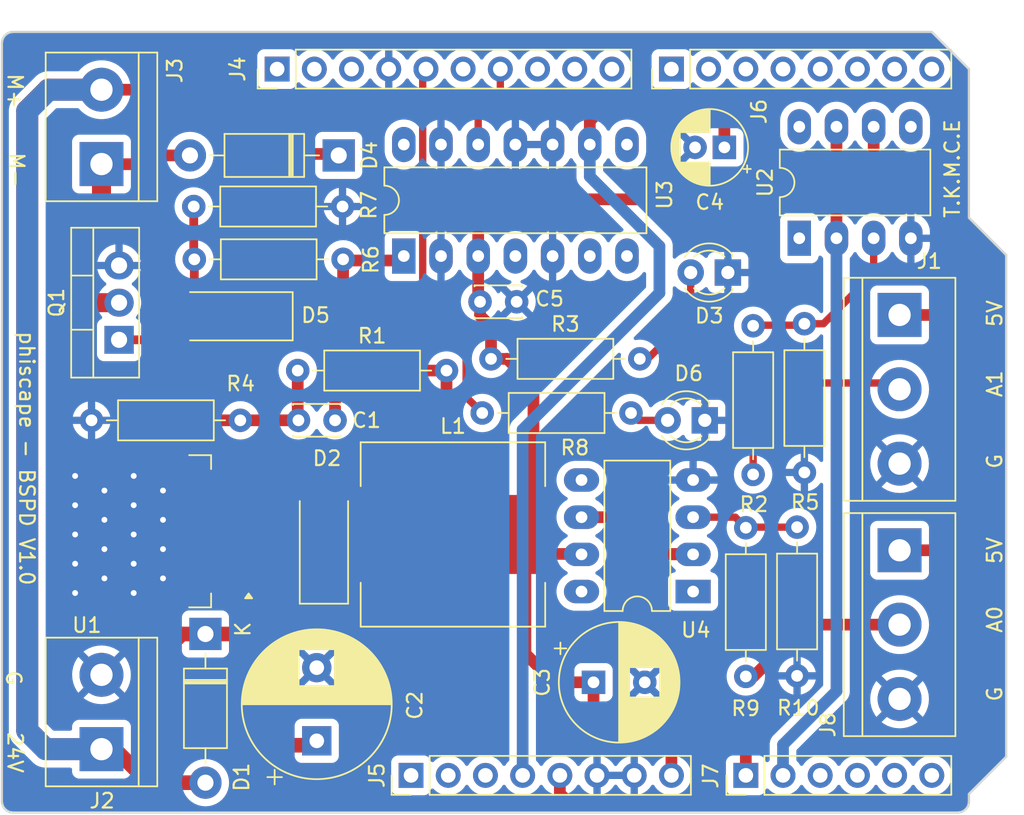
<source format=kicad_pcb>
(kicad_pcb (version 20240108) (generator "pcbnew") (generator_version "8.0")
  (title_block (title "BSPD_Nucleo_Shield") (date "2024-03-20") (rev "1.0") (company "phiscape"))
  (layers (0 "F.Cu" signal) (31 "B.Cu" signal) (34 "B.Paste" user) (35 "F.Paste" user) (36 "B.SilkS" user "B.Silkscreen") (37 "F.SilkS" user "F.Silkscreen") (38 "B.Mask" user) (39 "F.Mask" user) (44 "Edge.Cuts" user))
  (net 0 "")
  (net 1 "GND")
  (net 2 "Net-(U1-FB)")
  (net 3 "+5V")
  (net 4 "/IOREF")
  (net 5 "/A0")
  (net 6 "/A1")
  (net 7 "/A2")
  (net 8 "/A3")
  (net 9 "/SDA{slash}A4")
  (net 10 "/SCL{slash}A5")
  (net 11 "/13")
  (net 12 "/12")
  (net 13 "/AREF")
  (net 14 "/8")
  (net 15 "/7")
  (net 16 "/*11")
  (net 17 "/*10")
  (net 18 "/*9")
  (net 19 "/4")
  (net 20 "/2")
  (net 21 "/*6")
  (net 22 "/*5")
  (net 23 "/TX{slash}1")
  (net 24 "/*3")
  (net 25 "/RX{slash}0")
  (net 26 "+3V3")
  (net 27 "VCC")
  (net 28 "/~{RESET}")
  (net 29 "+24V")
  (net 30 "Net-(D2-K)")
  (net 31 "Net-(D5-K)")
  (net 32 "/24V_PWR")
  (net 33 "Net-(D5-A)")
  (net 34 "Net-(D3-A)")
  (net 35 "Net-(D4-A)")
  (net 36 "Net-(D6-A)")
  (net 37 "Net-(J1-Pin_2)")
  (net 40 "Net-(U4-+)")
  (net 42 "Net-(J8-Pin_2)")
  (net 43 "Net-(U2-+)")
  (footprint "Connector_PinHeader_2.54mm:PinHeader_1x08_P2.54mm_Vertical" (layer "F.Cu") (at 57.95 69.34 90)
    (property "Reference" "J5" (at 0 -2.33 90) (layer "F.SilkS"))
    (property "Value" "Power")
    (pad "1" thru_hole rect (at 0 0 90) (size 1.7 1.7) (drill 1) (layers "*.Cu" "*.Mask"))
    (pad "2" thru_hole oval (at 0 2.54 90) (size 1.7 1.7) (drill 1) (layers "*.Cu" "*.Mask") (net 4 "/IOREF"))
    (pad "3" thru_hole oval (at 0 5.08 90) (size 1.7 1.7) (drill 1) (layers "*.Cu" "*.Mask") (net 28 "/~{RESET}"))
    (pad "4" thru_hole oval (at 0 7.62 90) (size 1.7 1.7) (drill 1) (layers "*.Cu" "*.Mask") (net 26 "+3V3"))
    (pad "5" thru_hole oval (at 0 10.16 90) (size 1.7 1.7) (drill 1) (layers "*.Cu" "*.Mask") (net 3 "+5V"))
    (pad "6" thru_hole oval (at 0 12.7 90) (size 1.7 1.7) (drill 1) (layers "*.Cu" "*.Mask") (net 1 "GND"))
    (pad "7" thru_hole oval (at 0 15.24 90) (size 1.7 1.7) (drill 1) (layers "*.Cu" "*.Mask") (net 1 "GND"))
    (pad "8" thru_hole oval (at 0 17.78 90) (size 1.7 1.7) (drill 1) (layers "*.Cu" "*.Mask") (net 27 "VCC"))
  )
  (footprint "Connector_PinHeader_2.54mm:PinHeader_1x06_P2.54mm_Vertical" (layer "F.Cu") (at 80.81 69.34 90)
    (property "Reference" "J7" (at -0.04 -2.4 90) (layer "F.SilkS"))
    (property "Value" "Analog")
    (pad "1" thru_hole rect (at 0 0 90) (size 1.7 1.7) (drill 1) (layers "*.Cu" "*.Mask") (net 5 "/A0"))
    (pad "2" thru_hole oval (at 0 2.54 90) (size 1.7 1.7) (drill 1) (layers "*.Cu" "*.Mask") (net 6 "/A1"))
    (pad "3" thru_hole oval (at 0 5.08 90) (size 1.7 1.7) (drill 1) (layers "*.Cu" "*.Mask") (net 7 "/A2"))
    (pad "4" thru_hole oval (at 0 7.62 90) (size 1.7 1.7) (drill 1) (layers "*.Cu" "*.Mask") (net 8 "/A3"))
    (pad "5" thru_hole oval (at 0 10.16 90) (size 1.7 1.7) (drill 1) (layers "*.Cu" "*.Mask") (net 9 "/SDA{slash}A4"))
    (pad "6" thru_hole oval (at 0 12.7 90) (size 1.7 1.7) (drill 1) (layers "*.Cu" "*.Mask") (net 10 "/SCL{slash}A5"))
  )
  (footprint "Connector_PinHeader_2.54mm:PinHeader_1x08_P2.54mm_Vertical" (layer "F.Cu") (at 75.73 21.08 90)
    (property "Reference" "J6" (at -2.9 5.98 90) (layer "F.SilkS"))
    (property "Value" "Digital/PWM")
    (pad "1" thru_hole rect (at 0 0 90) (size 1.7 1.7) (drill 1) (layers "*.Cu" "*.Mask") (net 15 "/7"))
    (pad "2" thru_hole oval (at 0 2.54 90) (size 1.7 1.7) (drill 1) (layers "*.Cu" "*.Mask") (net 21 "/*6"))
    (pad "3" thru_hole oval (at 0 5.08 90) (size 1.7 1.7) (drill 1) (layers "*.Cu" "*.Mask") (net 22 "/*5"))
    (pad "4" thru_hole oval (at 0 7.62 90) (size 1.7 1.7) (drill 1) (layers "*.Cu" "*.Mask") (net 19 "/4"))
    (pad "5" thru_hole oval (at 0 10.16 90) (size 1.7 1.7) (drill 1) (layers "*.Cu" "*.Mask") (net 24 "/*3"))
    (pad "6" thru_hole oval (at 0 12.7 90) (size 1.7 1.7) (drill 1) (layers "*.Cu" "*.Mask") (net 20 "/2"))
    (pad "7" thru_hole oval (at 0 15.24 90) (size 1.7 1.7) (drill 1) (layers "*.Cu" "*.Mask") (net 23 "/TX{slash}1"))
    (pad "8" thru_hole oval (at 0 17.78 90) (size 1.7 1.7) (drill 1) (layers "*.Cu" "*.Mask") (net 25 "/RX{slash}0"))
  )
  (footprint "Inductor_SMD:L_12x12mm_H8mm" (layer "F.Cu") (at 60.81 52.88)
    (property "Reference" "L1" (at 0 -7.4 0) (layer "F.SilkS"))
    (property "Value" "47uH/3A")
    (pad "1" smd rect (at -4.95 0) (size 2.9 5.4) (layers "F.Cu" "F.Paste" "F.Mask") (net 30 "Net-(D2-K)"))
    (pad "2" smd rect (at 4.95 0) (size 2.9 5.4) (layers "F.Cu" "F.Paste" "F.Mask") (net 27 "VCC"))
  )
  (footprint "TerminalBlock:TerminalBlock_bornier-2_P5.08mm" (layer "F.Cu") (at 36.81 67.55 90)
    (property "Reference" "J2" (at -3.53 0.04 180) (layer "F.SilkS"))
    (property "Value" "Conn_01x02")
    (pad "1" thru_hole rect (at 0 0 90) (size 3 3) (drill 1.52) (layers "*.Cu" "*.Mask") (net 32 "/24V_PWR"))
    (pad "2" thru_hole circle (at 5.08 0 90) (size 3 3) (drill 1.52) (layers "*.Cu" "*.Mask") (net 1 "GND"))
  )
  (footprint "Diode_SMD:D_SMA_Handsoldering" (layer "F.Cu") (at 52 53.1 90)
    (property "Reference" "D2" (at 5.42 0.21 180) (layer "F.SilkS"))
    (property "Value" "1N5823/SS34")
    (pad "1" smd roundrect (at -2.5 0 90) (size 3.5 1.8) (layers "F.Cu" "F.Paste" "F.Mask") (roundrect_rratio 0.1388888889) (net 30 "Net-(D2-K)"))
    (pad "2" smd roundrect (at 2.5 0 90) (size 3.5 1.8) (layers "F.Cu" "F.Paste" "F.Mask") (roundrect_rratio 0.1388888889) (net 1 "GND"))
  )
  (footprint "Diode_THT:D_DO-41_SOD81_P10.16mm_Horizontal" (layer "F.Cu") (at 53.01 26.98 180)
    (property "Reference" "D4" (at -2.1 0 -90) (layer "F.SilkS"))
    (property "Value" "1N4007")
    (pad "1" thru_hole rect (at 0 0 180) (size 2.2 2.2) (drill 1.1) (layers "*.Cu" "*.Mask") (net 32 "/24V_PWR"))
    (pad "2" thru_hole oval (at 10.16 0 180) (size 2.2 2.2) (drill 1.1) (layers "*.Cu" "*.Mask") (net 35 "Net-(D4-A)"))
  )
  (footprint "Resistor_THT:R_Axial_DIN0207_L6.3mm_D2.5mm_P10.16mm_Horizontal" (layer "F.Cu") (at 50.21 41.68)
    (property "Reference" "R1" (at 5.08 -2.37 0) (layer "F.SilkS"))
    (property "Value" "8k6")
    (pad "1" thru_hole circle (at 0 0) (size 1.6 1.6) (drill 0.8) (layers "*.Cu" "*.Mask") (net 2 "Net-(U1-FB)"))
    (pad "2" thru_hole oval (at 10.16 0) (size 1.6 1.6) (drill 0.8) (layers "*.Cu" "*.Mask") (net 27 "VCC"))
  )
  (footprint "Resistor_THT:R_Axial_DIN0207_L6.3mm_D2.5mm_P10.16mm_Horizontal" (layer "F.Cu") (at 46.29 45.08 180)
    (property "Reference" "R4" (at -0.02 2.5 0) (layer "F.SilkS"))
    (property "Value" "1k")
    (pad "1" thru_hole circle (at 0 0 180) (size 1.6 1.6) (drill 0.8) (layers "*.Cu" "*.Mask") (net 2 "Net-(U1-FB)"))
    (pad "2" thru_hole oval (at 10.16 0 180) (size 1.6 1.6) (drill 0.8) (layers "*.Cu" "*.Mask") (net 1 "GND"))
  )
  (footprint "Resistor_THT:R_Axial_DIN0207_L6.3mm_D2.5mm_P10.16mm_Horizontal" (layer "F.Cu") (at 43.11 30.47)
    (property "Reference" "R7" (at 11.96 -0.09 90) (layer "F.SilkS"))
    (property "Value" "10k")
    (pad "1" thru_hole circle (at 0 0) (size 1.6 1.6) (drill 0.8) (layers "*.Cu" "*.Mask") (net 33 "Net-(D5-A)"))
    (pad "2" thru_hole oval (at 10.16 0) (size 1.6 1.6) (drill 0.8) (layers "*.Cu" "*.Mask") (net 1 "GND"))
  )
  (footprint "Capacitor_THT:CP_Radial_D10.0mm_P5.00mm" (layer "F.Cu") (at 51.51 66.98 90)
    (property "Reference" "C2" (at 2.4177 6.7 90) (layer "F.SilkS"))
    (property "Value" "680uF/35V")
    (pad "1" thru_hole rect (at 0 0 90) (size 2 2) (drill 1) (layers "*.Cu" "*.Mask") (net 29 "+24V"))
    (pad "2" thru_hole circle (at 5 0 90) (size 2 2) (drill 1) (layers "*.Cu" "*.Mask") (net 1 "GND"))
  )
  (footprint "Capacitor_THT:CP_Radial_D8.0mm_P3.50mm" (layer "F.Cu") (at 70.41 62.98)
    (property "Reference" "C3" (at -3.5073 0.01 90) (layer "F.SilkS"))
    (property "Value" "330uF/25V")
    (pad "1" thru_hole rect (at 0 0) (size 1.6 1.6) (drill 0.8) (layers "*.Cu" "*.Mask") (net 27 "VCC"))
    (pad "2" thru_hole circle (at 3.5 0) (size 1.6 1.6) (drill 0.8) (layers "*.Cu" "*.Mask") (net 1 "GND"))
  )
  (footprint "Package_TO_SOT_SMD:TO-263-5_TabPin3" (layer "F.Cu") (at 39.47 52.66 180)
    (property "Reference" "U1" (at 3.66 -6.42 180) (layer "F.SilkS"))
    (property "Value" "LM2596S-ADJ")
    (pad "1" smd roundrect (at -7.65 -3.4 180) (size 4.6 1.1) (layers "F.Cu" "F.Paste" "F.Mask") (roundrect_rratio 0.227273) (net 29 "+24V"))
    (pad "2" smd roundrect (at -7.65 -1.7 180) (size 4.6 1.1) (layers "F.Cu" "F.Paste" "F.Mask") (roundrect_rratio 0.227273) (net 30 "Net-(D2-K)"))
    (pad "3" smd roundrect (at -7.65 0 180) (size 4.6 1.1) (layers "F.Cu" "F.Paste" "F.Mask") (roundrect_rratio 0.227273) (net 1 "GND"))
    (pad "3" smd roundrect (at -0.925 -2.775 180) (size 4.55 5.25) (layers "F.Cu" "F.Paste") (roundrect_rratio 0.054945) (net 1 "GND"))
    (pad "3" smd roundrect (at -0.925 2.775 180) (size 4.55 5.25) (layers "F.Cu" "F.Paste") (roundrect_rratio 0.054945) (net 1 "GND"))
    (pad "3" smd roundrect (at 1.5 0 180) (size 9.4 10.8) (layers "F.Cu" "F.Mask") (roundrect_rratio 0.026596) (net 1 "GND"))
    (pad "3" smd roundrect (at 3.925 -2.775 180) (size 4.55 5.25) (layers "F.Cu" "F.Paste") (roundrect_rratio 0.054945) (net 1 "GND"))
    (pad "3" smd roundrect (at 3.925 2.775 180) (size 4.55 5.25) (layers "F.Cu" "F.Paste") (roundrect_rratio 0.054945) (net 1 "GND"))
    (pad "4" smd roundrect (at -7.65 1.7 180) (size 4.6 1.1) (layers "F.Cu" "F.Paste" "F.Mask") (roundrect_rratio 0.227273) (net 2 "Net-(U1-FB)"))
    (pad "5" smd roundrect (at -7.65 3.4 180) (size 4.6 1.1) (layers "F.Cu" "F.Paste" "F.Mask") (roundrect_rratio 0.227273) (net 1 "GND"))
  )
  (footprint "Resistor_THT:R_Axial_DIN0207_L6.3mm_D2.5mm_P10.16mm_Horizontal" (layer "F.Cu") (at 62.81 44.58)
    (property "Reference" "R8" (at 6.325 2.37 0) (layer "F.SilkS"))
    (property "Value" "330R")
    (pad "1" thru_hole circle (at 0 0) (size 1.6 1.6) (drill 0.8) (layers "*.Cu" "*.Mask") (net 11 "/13"))
    (pad "2" thru_hole oval (at 10.16 0) (size 1.6 1.6) (drill 0.8) (layers "*.Cu" "*.Mask") (net 36 "Net-(D6-A)"))
  )
  (footprint "Resistor_THT:R_Axial_DIN0207_L6.3mm_D2.5mm_P10.16mm_Horizontal" (layer "F.Cu") (at 84.31 52.38 -90)
    (property "Reference" "R10" (at 12.35 -0.08 0) (layer "F.SilkS"))
    (property "Value" "6k2")
    (pad "1" thru_hole circle (at 0 0 270) (size 1.6 1.6) (drill 0.8) (layers "*.Cu" "*.Mask") (net 40 "Net-(U4-+)"))
    (pad "2" thru_hole oval (at 10.16 0 270) (size 1.6 1.6) (drill 0.8) (layers "*.Cu" "*.Mask") (net 1 "GND"))
  )
  (footprint "Resistor_THT:R_Axial_DIN0207_L6.3mm_D2.5mm_P10.16mm_Horizontal" (layer "F.Cu") (at 81.31 48.78 90)
    (property "Reference" "R2" (at -2.04 0.05 0) (layer "F.SilkS"))
    (property "Value" "3k3")
    (pad "1" thru_hole circle (at 0 0 90) (size 1.6 1.6) (drill 0.8) (layers "*.Cu" "*.Mask") (net 37 "Net-(J1-Pin_2)"))
    (pad "2" thru_hole oval (at 10.16 0 90) (size 1.6 1.6) (drill 0.8) (layers "*.Cu" "*.Mask") (net 43 "Net-(U2-+)"))
  )
  (footprint "Package_DIP:DIP-8_W7.62mm_LongPads" (layer "F.Cu") (at 77.21 56.78 180)
    (property "Reference" "U4" (at -0.18 -2.63 180) (layer "F.SilkS"))
    (property "Value" "LM741")
    (pad "1" thru_hole rect (at 0 0 180) (size 2.4 1.6) (drill 0.8) (layers "*.Cu" "*.Mask"))
    (pad "2" thru_hole oval (at 0 2.54 180) (size 2.4 1.6) (drill 0.8) (layers "*.Cu" "*.Mask") (net 5 "/A0"))
    (pad "3" thru_hole oval (at 0 5.08 180) (size 2.4 1.6) (drill 0.8) (layers "*.Cu" "*.Mask") (net 40 "Net-(U4-+)"))
    (pad "4" thru_hole oval (at 0 7.62 180) (size 2.4 1.6) (drill 0.8) (layers "*.Cu" "*.Mask") (net 1 "GND"))
    (pad "5" thru_hole oval (at 7.62 7.62 180) (size 2.4 1.6) (drill 0.8) (layers "*.Cu" "*.Mask"))
    (pad "6" thru_hole oval (at 7.62 5.08 180) (size 2.4 1.6) (drill 0.8) (layers "*.Cu" "*.Mask") (net 5 "/A0"))
    (pad "7" thru_hole oval (at 7.62 2.54 180) (size 2.4 1.6) (drill 0.8) (layers "*.Cu" "*.Mask") (net 27 "VCC"))
    (pad "8" thru_hole oval (at 7.62 0 180) (size 2.4 1.6) (drill 0.8) (layers "*.Cu" "*.Mask"))
  )
  (footprint "TerminalBlock:TerminalBlock_bornier-3_P5.08mm" (layer "F.Cu") (at 91.31 37.88 -90)
    (property "Reference" "J1" (at -3.67 -2.03 180) (layer "F.SilkS"))
    (property "Value" "Conn_01x03")
    (pad "1" thru_hole rect (at 0 0 270) (size 3 3) (drill 1.52) (layers "*.Cu" "*.Mask") (net 3 "+5V"))
    (pad "2" thru_hole circle (at 5.08 0 270) (size 3 3) (drill 1.52) (layers "*.Cu" "*.Mask") (net 37 "Net-(J1-Pin_2)"))
    (pad "3" thru_hole circle (at 10.16 0 270) (size 3 3) (drill 1.52) (layers "*.Cu" "*.Mask") (net 1 "GND"))
  )
  (footprint "Package_DIP:DIP-14_W7.62mm_LongPads" (layer "F.Cu") (at 57.455 33.855 90)
    (property "Reference" "U3" (at 4.185 17.805 90) (layer "F.SilkS"))
    (property "Value" "IR2110")
    (pad "1" thru_hole rect (at 0 0 90) (size 2.4 1.6) (drill 0.8) (layers "*.Cu" "*.Mask") (net 31 "Net-(D5-K)"))
    (pad "2" thru_hole oval (at 0 2.54 90) (size 2.4 1.6) (drill 0.8) (layers "*.Cu" "*.Mask") (net 1 "GND"))
    (pad "3" thru_hole oval (at 0 5.08 90) (size 2.4 1.6) (drill 0.8) (layers "*.Cu" "*.Mask") (net 27 "VCC"))
    (pad "4" thru_hole oval (at 0 7.62 90) (size 2.4 1.6) (drill 0.8) (layers "*.Cu" "*.Mask"))
    (pad "5" thru_hole oval (at 0 10.16 90) (size 2.4 1.6) (drill 0.8) (layers "*.Cu" "*.Mask") (net 1 "GND"))
    (pad "6" thru_hole oval (at 0 12.7 90) (size 2.4 1.6) (drill 0.8) (layers "*.Cu" "*.Mask"))
    (pad "7" thru_hole oval (at 0 15.24 90) (size 2.4 1.6) (drill 0.8) (layers "*.Cu" "*.Mask"))
    (pad "8" thru_hole oval (at 7.62 15.24 90) (size 2.4 1.6) (drill 0.8) (layers "*.Cu" "*.Mask"))
    (pad "9" thru_hole oval (at 7.62 12.7 90) (size 2.4 1.6) (drill 0.8) (layers "*.Cu" "*.Mask") (net 26 "+3V3"))
    (pad "10" thru_hole oval (at 7.62 10.16 90) (size 2.4 1.6) (drill 0.8) (layers "*.Cu" "*.Mask") (net 1 "GND"))
    (pad "11" thru_hole oval (at 7.62 7.62 90) (size 2.4 1.6) (drill 0.8) (layers "*.Cu" "*.Mask") (net 1 "GND"))
    (pad "12" thru_hole oval (at 7.62 5.08 90) (size 2.4 1.6) (drill 0.8) (layers "*.Cu" "*.Mask") (net 16 "/*11"))
    (pad "13" thru_hole oval (at 7.62 2.54 90) (size 2.4 1.6) (drill 0.8) (layers "*.Cu" "*.Mask") (net 1 "GND"))
    (pad "14" thru_hole oval (at 7.62 0 90) (size 2.4 1.6) (drill 0.8) (layers "*.Cu" "*.Mask"))
  )
  (footprint "Connector_PinHeader_2.54mm:PinHeader_1x10_P2.54mm_Vertical" (layer "F.Cu") (at 48.806 21.08 90)
    (property "Reference" "J4" (at 0 -2.696 90) (layer "F.SilkS"))
    (property "Value" "Digital/PWM")
    (pad "1" thru_hole rect (at 0 0 90) (size 1.7 1.7) (drill 1) (layers "*.Cu" "*.Mask"))
    (pad "2" thru_hole oval (at 0 2.54 90) (size 1.7 1.7) (drill 1) (layers "*.Cu" "*.Mask"))
    (pad "3" thru_hole oval (at 0 5.08 90) (size 1.7 1.7) (drill 1) (layers "*.Cu" "*.Mask") (net 13 "/AREF"))
    (pad "4" thru_hole oval (at 0 7.62 90) (size 1.7 1.7) (drill 1) (layers "*.Cu" "*.Mask") (net 1 "GND"))
    (pad "5" thru_hole oval (at 0 10.16 90) (size 1.7 1.7) (drill 1) (layers "*.Cu" "*.Mask") (net 11 "/13"))
    (pad "6" thru_hole oval (at 0 12.7 90) (size 1.7 1.7) (drill 1) (layers "*.Cu" "*.Mask") (net 12 "/12"))
    (pad "7" thru_hole oval (at 0 15.24 90) (size 1.7 1.7) (drill 1) (layers "*.Cu" "*.Mask") (net 16 "/*11"))
    (pad "8" thru_hole oval (at 0 17.78 90) (size 1.7 1.7) (drill 1) (layers "*.Cu" "*.Mask") (net 17 "/*10"))
    (pad "9" thru_hole oval (at 0 20.32 90) (size 1.7 1.7) (drill 1) (layers "*.Cu" "*.Mask") (net 18 "/*9"))
    (pad "10" thru_hole oval (at 0 22.86 90) (size 1.7 1.7) (drill 1) (layers "*.Cu" "*.Mask") (net 14 "/8"))
  )
  (footprint "Capacitor_THT:C_Disc_D3.0mm_W2.0mm_P2.50mm" (layer "F.Cu") (at 50.26 45.08)
    (property "Reference" "C1" (at 4.65 0 0) (layer "F.SilkS"))
    (property "Value" "3.6nF")
    (pad "1" thru_hole circle (at 0 0) (size 1.6 1.6) (drill 0.8) (layers "*.Cu" "*.Mask") (net 2 "Net-(U1-FB)"))
    (pad "2" thru_hole circle (at 2.5 0) (size 1.6 1.6) (drill 0.8) (layers "*.Cu" "*.Mask") (net 27 "VCC"))
  )
  (footprint "TerminalBlock:TerminalBlock_bornier-3_P5.08mm" (layer "F.Cu") (at 91.31 53.96 -90)
    (property "Reference" "J8" (at 11.92 4.9 -90) (layer "F.SilkS"))
    (property "Value" "Conn_01x03")
    (pad "1" thru_hole rect (at 0 0 270) (size 3 3) (drill 1.52) (layers "*.Cu" "*.Mask") (net 3 "+5V"))
    (pad "2" thru_hole circle (at 5.08 0 270) (size 3 3) (drill 1.52) (layers "*.Cu" "*.Mask") (net 42 "Net-(J8-Pin_2)"))
    (pad "3" thru_hole circle (at 10.16 0 270) (size 3 3) (drill 1.52) (layers "*.Cu" "*.Mask") (net 1 "GND"))
  )
  (footprint "TerminalBlock:TerminalBlock_bornier-2_P5.08mm" (layer "F.Cu") (at 36.81 27.57 90)
    (property "Reference" "J3" (at 6.39 5.01 90) (layer "F.SilkS"))
    (property "Value" "Conn_01x02")
    (pad "1" thru_hole rect (at 0 0 90) (size 3 3) (drill 1.52) (layers "*.Cu" "*.Mask") (net 35 "Net-(D4-A)"))
    (pad "2" thru_hole circle (at 5.08 0 90) (size 3 3) (drill 1.52) (layers "*.Cu" "*.Mask") (net 32 "/24V_PWR"))
  )
  (footprint "Diode_SMD:D_SMA_Handsoldering" (layer "F.Cu") (at 45.3575 37.97 180)
    (property "Reference" "D5" (at -6.07 0.07 0) (layer "F.SilkS"))
    (property "Value" "1N5823/SS34")
    (pad "1" smd roundrect (at -2.5 0 180) (size 3.5 1.8) (layers "F.Cu" "F.Paste" "F.Mask") (roundrect_rratio 0.1388888889) (net 31 "Net-(D5-K)"))
    (pad "2" smd roundrect (at 2.5 0 180) (size 3.5 1.8) (layers "F.Cu" "F.Paste" "F.Mask") (roundrect_rratio 0.1388888889) (net 33 "Net-(D5-A)"))
  )
  (footprint "Diode_THT:D_DO-41_SOD81_P10.16mm_Horizontal" (layer "F.Cu") (at 43.91 59.68 -90)
    (property "Reference" "D1" (at 9.78 -2.47 -90) (layer "F.SilkS"))
    (property "Value" "1N4007")
    (fp_text user "K" (at -0.32 -2.56 90) (layer "F.SilkS"))
    (pad "1" thru_hole rect (at 0 0 270) (size 2.2 2.2) (drill 1.1) (layers "*.Cu" "*.Mask") (net 29 "+24V"))
    (pad "2" thru_hole oval (at 10.16 0 270) (size 2.2 2.2) (drill 1.1) (layers "*.Cu" "*.Mask") (net 32 "/24V_PWR"))
  )
  (footprint "Resistor_THT:R_Axial_DIN0207_L6.3mm_D2.5mm_P10.16mm_Horizontal" (layer "F.Cu") (at 63.41 40.88)
    (property "Reference" "R3" (at 5.08 -2.37 0) (layer "F.SilkS"))
    (property "Value" "1k")
    (pad "1" thru_hole circle (at 0 0) (size 1.6 1.6) (drill 0.8) (layers "*.Cu" "*.Mask") (net 27 "VCC"))
    (pad "2" thru_hole oval (at 10.16 0) (size 1.6 1.6) (drill 0.8) (layers "*.Cu" "*.Mask") (net 34 "Net-(D3-A)"))
  )
  (footprint "LED_THT:LED_D3.0mm" (layer "F.Cu") (at 79.585 34.98 180)
    (property "Reference" "D3" (at 1.27 -2.96 0) (layer "F.SilkS"))
    (property "Value" "LED")
    (pad "1" thru_hole rect (at 0 0 180) (size 1.8 1.8) (drill 0.9) (layers "*.Cu" "*.Mask") (net 1 "GND"))
    (pad "2" thru_hole circle (at 2.54 0 180) (size 1.8 1.8) (drill 0.9) (layers "*.Cu" "*.Mask") (net 34 "Net-(D3-A)"))
  )
  (footprint "Resistor_THT:R_Axial_DIN0207_L6.3mm_D2.5mm_P10.16mm_Horizontal" (layer "F.Cu") (at 80.81 62.58 90)
    (property "Reference" "R9" (at -2.19 -0.01 0) (layer "F.SilkS"))
    (property "Value" "3k3")
    (pad "1" thru_hole circle (at 0 0 90) (size 1.6 1.6) (drill 0.8) (layers "*.Cu" "*.Mask") (net 42 "Net-(J8-Pin_2)"))
    (pad "2" thru_hole oval (at 10.16 0 90) (size 1.6 1.6) (drill 0.8) (layers "*.Cu" "*.Mask") (net 40 "Net-(U4-+)"))
  )
  (footprint "Capacitor_THT:C_Disc_D3.0mm_W2.0mm_P2.50mm" (layer "F.Cu") (at 65.16 36.98 180)
    (property "Reference" "C5" (at -2.25 0.2 0) (layer "F.SilkS"))
    (property "Value" "100nF")
    (pad "1" thru_hole circle (at 0 0 180) (size 1.6 1.6) (drill 0.8) (layers "*.Cu" "*.Mask") (net 1 "GND"))
    (pad "2" thru_hole circle (at 2.5 0 180) (size 1.6 1.6) (drill 0.8) (layers "*.Cu" "*.Mask") (net 27 "VCC"))
  )
  (footprint "Capacitor_THT:CP_Radial_D5.0mm_P2.00mm" (layer "F.Cu") (at 79.3451 26.43 180)
    (property "Reference" "C4" (at 1 -3.75 0) (layer "F.SilkS"))
    (property "Value" "22uF")
    (pad "1" thru_hole rect (at 0 0 180) (size 1.6 1.6) (drill 0.8) (layers "*.Cu" "*.Mask") (net 26 "+3V3"))
    (pad "2" thru_hole circle (at 2 0 180) (size 1.6 1.6) (drill 0.8) (layers "*.Cu" "*.Mask") (net 1 "GND"))
  )
  (footprint "Package_TO_SOT_THT:TO-220-3_Vertical" (layer "F.Cu") (at 38.01 39.58 90)
    (property "Reference" "Q1" (at 2.54 -4.27 90) (layer "F.SilkS"))
    (property "Value" "IRFB4110")
    (pad "1" thru_hole rect (at 0 0 90) (size 1.905 2) (drill 1.1) (layers "*.Cu" "*.Mask") (net 33 "Net-(D5-A)"))
    (pad "2" thru_hole oval (at 2.54 0 90) (size 1.905 2) (drill 1.1) (layers "*.Cu" "*.Mask") (net 35 "Net-(D4-A)"))
    (pad "3" thru_hole oval (at 5.08 0 90) (size 1.905 2) (drill 1.1) (layers "*.Cu" "*.Mask") (net 1 "GND"))
  )
  (footprint "Package_DIP:DIP-8_W7.62mm_LongPads" (layer "F.Cu") (at 84.46 32.64 90)
    (property "Reference" "U2" (at 3.81 -2.33 90) (layer "F.SilkS"))
    (property "Value" "LM741")
    (pad "1" thru_hole rect (at 0 0 90) (size 2.4 1.6) (drill 0.8) (layers "*.Cu" "*.Mask"))
    (pad "2" thru_hole oval (at 0 2.54 90) (size 2.4 1.6) (drill 0.8) (layers "*.Cu" "*.Mask") (net 6 "/A1"))
    (pad "3" thru_hole oval (at 0 5.08 90) (size 2.4 1.6) (drill 0.8) (layers "*.Cu" "*.Mask") (net 43 "Net-(U2-+)"))
    (pad "4" thru_hole oval (at 0 7.62 90) (size 2.4 1.6) (drill 0.8) (layers "*.Cu" "*.Mask") (net 1 "GND"))
    (pad "5" thru_hole oval (at 7.62 7.62 90) (size 2.4 1.6) (drill 0.8) (layers "*.Cu" "*.Mask"))
    (pad "6" thru_hole oval (at 7.62 5.08 90) (size 2.4 1.6) (drill 0.8) (layers "*.Cu" "*.Mask") (net 6 "/A1"))
    (pad "7" thru_hole oval (at 7.62 2.54 90) (size 2.4 1.6) (drill 0.8) (layers "*.Cu" "*.Mask") (net 27 "VCC"))
    (pad "8" thru_hole oval (at 7.62 0 90) (size 2.4 1.6) (drill 0.8) (layers "*.Cu" "*.Mask"))
  )
  (footprint "LED_THT:LED_D3.0mm" (layer "F.Cu") (at 78.01 45.08 180)
    (property "Reference" "D6" (at 1.1 3.2 0) (layer "F.SilkS"))
    (property "Value" "LED")
    (pad "1" thru_hole rect (at 0 0 180) (size 1.8 1.8) (drill 0.9) (layers "*.Cu" "*.Mask") (net 1 "GND"))
    (pad "2" thru_hole circle (at 2.54 0 180) (size 1.8 1.8) (drill 0.9) (layers "*.Cu" "*.Mask") (net 36 "Net-(D6-A)"))
  )
  (footprint "Resistor_THT:R_Axial_DIN0207_L6.3mm_D2.5mm_P10.16mm_Horizontal" (layer "F.Cu") (at 53.31 34.08 180)
    (property "Reference" "R6" (at -1.9 -0.02 90) (layer "F.SilkS"))
    (property "Value" "10R")
    (pad "1" thru_hole circle (at 0 0 180) (size 1.6 1.6) (drill 0.8) (layers "*.Cu" "*.Mask") (net 31 "Net-(D5-K)"))
    (pad "2" thru_hole oval (at 10.16 0 180) (size 1.6 1.6) (drill 0.8) (layers "*.Cu" "*.Mask") (net 33 "Net-(D5-A)"))
  )
  (footprint "Resistor_THT:R_Axial_DIN0207_L6.3mm_D2.5mm_P10.16mm_Horizontal" (layer "F.Cu") (at 84.81 38.48 -90)
    (property "Reference" "R5" (at 12.2 -0.05 0) (layer "F.SilkS"))
    (property "Value" "6k2")
    (pad "1" thru_hole circle (at 0 0 270) (size 1.6 1.6) (drill 0.8) (layers "*.Cu" "*.Mask") (net 43 "Net-(U2-+)"))
    (pad "2" thru_hole oval (at 10.16 0 270) (size 1.6 1.6) (drill 0.8) (layers "*.Cu" "*.Mask") (net 1 "GND"))
  )
  (gr_line (start 96.05 31.24) (end 98.59 33.78) (stroke (width 0.15)) (layer "Edge.Cuts"))
  (gr_line (start 30.01 71.118) (end 30.01 19.302) (stroke (width 0.15)) (layer "Edge.Cuts"))
  (gr_line (start 98.59 33.78) (end 98.59 68.07) (stroke (width 0.15)) (layer "Edge.Cuts"))
  (gr_line (start 95.288 71.88) (end 30.772 71.88) (stroke (width 0.15)) (layer "Edge.Cuts"))
  (gr_line (start 30.772 18.54) (end 93.51 18.54) (stroke (width 0.15)) (layer "Edge.Cuts"))
  (gr_arc (start 30.772 71.88) (mid 30.233185 71.656815) (end 30.01 71.118) (stroke (width 0.15)) (layer "Edge.Cuts"))
  (gr_line (start 98.59 68.07) (end 96.05 70.61) (stroke (width 0.15)) (layer "Edge.Cuts"))
  (gr_line (start 93.51 18.54) (end 96.05 21.08) (stroke (width 0.15)) (layer "Edge.Cuts"))
  (gr_arc (start 96.05 71.118) (mid 95.826815 71.656815) (end 95.288 71.88) (stroke (width 0.15)) (layer "Edge.Cuts"))
  (gr_line (start 96.05 21.08) (end 96.05 31.24) (stroke (width 0.15)) (layer "Edge.Cuts"))
  (gr_line (start 96.05 70.61) (end 96.05 71.118) (stroke (width 0.15)) (layer "Edge.Cuts"))
  (gr_arc (start 30.01 19.302) (mid 30.233185 18.763185) (end 30.772 18.54) (stroke (width 0.15)) (layer "Edge.Cuts"))
  (gr_text "G" (at 97.81 47.88 90) (layer "F.SilkS") (effects (font (size 1 1))))
  (gr_text "24V" (at 30.91 67.78 270) (layer "F.SilkS") (effects (font (size 1 1))))
  (gr_text "G" (at 97.81 63.78 90) (layer "F.SilkS") (effects (font (size 1 1))))
  (gr_text "G" (at 30.81 62.68 -90) (layer "F.SilkS") (effects (font (size 1 1))))
  (gr_text "A1" (at 97.81 42.58 90) (layer "F.SilkS") (effects (font (size 1 1))))
  (gr_text "5V" (at 97.81 53.98 90) (layer "F.SilkS") (effects (font (size 1 1))))
  (gr_text "A0" (at 97.81 58.68 90) (layer "F.SilkS") (effects (font (size 1 1))))
  (gr_text "5V" (at 97.81 37.78 90) (layer "F.SilkS") (effects (font (size 1 1))))
  (gr_text "T.K.M.C.E" (at 94.91 27.88 90) (layer "F.SilkS") (effects (font (size 1 1))))
  (gr_text "M+" (at 30.91 22.58 270) (layer "F.SilkS") (effects (font (size 1 1))))
  (gr_text "phiscape - BSPD V1.0" (at 31.71 47.68 270) (layer "F.SilkS") (effects (font (size 1 1))))
  (gr_text "M-" (at 31.01 27.98 270) (layer "F.SilkS") (effects (font (size 1 1))))
  (segment (start 51.224542 50.6) (end 52 50.6) (width 1) (layer "F.Cu") (net 1))
  (segment (start 49.12043 52.66) (end 51.18043 50.6) (width 1) (layer "F.Cu") (net 1))
  (segment (start 39.07 52.67) (end 39.07 51.21) (width 0.5) (layer "F.Cu") (net 1))
  (segment (start 35.545 55.085) (end 37.97 52.66) (width 0.5) (layer "F.Cu") (net 1))
  (segment (start 35.545 55.435) (end 35.545 55.085) (width 0.5) (layer "F.Cu") (net 1))
  (segment (start 35.545 49.885) (end 37.97 52.31) (width 0.5) (layer "F.Cu") (net 1))
  (segment (start 49.884542 49.26) (end 51.224542 50.6) (width 1) (layer "F.Cu") (net 1))
  (segment (start 51.18043 50.6) (end 52 50.6) (width 1) (layer "F.Cu") (net 1))
  (segment (start 37.98 52.67) (end 39.07 52.67) (width 0.5) (layer "F.Cu") (net 1))
  (segment (start 47.12 49.26) (end 49.884542 49.26) (width 1) (layer "F.Cu") (net 1))
  (segment (start 47.12 52.66) (end 49.12043 52.66) (width 1) (layer "F.Cu") (net 1))
  (segment (start 39.07 51.21) (end 40.395 49.885) (width 0.5) (layer "F.Cu") (net 1))
  (segment (start 47.12 52.66) (end 37.97 52.66) (width 1) (layer "F.Cu") (net 1))
  (segment (start 37.97 52.31) (end 37.97 52.66) (width 0.5) (layer "F.Cu") (net 1))
  (segment (start 39.07 54.11) (end 40.395 55.435) (width 0.5) (layer "F.Cu") (net 1))
  (segment (start 37.97 52.66) (end 37.98 52.67) (width 0.5) (layer "F.Cu") (net 1))
  (segment (start 39.07 52.67) (end 39.07 54.11) (width 0.5) (layer "F.Cu") (net 1))
  (via (at 41.01 55.88) (size 0.8) (drill 0.4) (layers "F.Cu" "B.Cu") (net 1))
  (via (at 39.01 54.88) (size 0.8) (drill 0.4) (layers "F.Cu" "B.Cu") (net 1))
  (via (at 39.01 56.88) (size 0.8) (drill 0.4) (layers "F.Cu" "B.Cu") (net 1))
  (via (at 39.01 52.88) (size 0.8) (drill 0.4) (layers "F.Cu" "B.Cu") (net 1))
  (via (at 37.01 49.88) (size 0.8) (drill 0.4) (layers "F.Cu" "B.Cu") (net 1))
  (via (at 41.01 51.88) (size 0.8) (drill 0.4) (layers "F.Cu" "B.Cu") (net 1))
  (via (at 35.01 56.88) (size 0.8) (drill 0.4) (layers "F.Cu" "B.Cu") (net 1))
  (via (at 41.01 49.88) (size 0.8) (drill 0.4) (layers "F.Cu" "B.Cu") (net 1))
  (via (at 35.01 52.88) (size 0.8) (drill 0.4) (layers "F.Cu" "B.Cu") (net 1))
  (via (at 39.01 48.88) (size 0.8) (drill 0.4) (layers "F.Cu" "B.Cu") (net 1))
  (via (at 37.01 55.88) (size 0.8) (drill 0.4) (layers "F.Cu" "B.Cu") (net 1))
  (via (at 39.01 50.88) (size 0.8) (drill 0.4) (layers "F.Cu" "B.Cu") (net 1))
  (via (at 35.01 48.88) (size 0.8) (drill 0.4) (layers "F.Cu" "B.Cu") (net 1))
  (via (at 41.01 53.88) (size 0.8) (drill 0.4) (layers "F.Cu" "B.Cu") (net 1))
  (via (at 37.01 53.88) (size 0.8) (drill 0.4) (layers "F.Cu" "B.Cu") (net 1))
  (via (at 35.01 54.88) (size 0.8) (drill 0.4) (layers "F.Cu" "B.Cu") (net 1))
  (via (at 37.01 51.88) (size 0.8) (drill 0.4) (layers "F.Cu" "B.Cu") (net 1))
  (via (at 35.01 50.88) (size 0.8) (drill 0.4) (layers "F.Cu" "B.Cu") (net 1))
  (segment (start 46.29 45.08) (end 50.26 45.08) (width 0.8) (layer "F.Cu") (net 2))
  (segment (start 43.61 45.78) (end 43.61 50.28) (width 0.8) (layer "F.Cu") (net 2))
  (segment (start 50.21 41.68) (end 50.21 45.03) (width 0.8) (layer "F.Cu") (net 2))
  (segment (start 46.29 45.08) (end 44.31 45.08) (width 0.8) (layer "F.Cu") (net 2))
  (segment (start 44.31 45.08) (end 43.61 45.78) (width 0.8) (layer "F.Cu") (net 2))
  (segment (start 50.21 45.03) (end 50.26 45.08) (width 0.8) (layer "F.Cu") (net 2))
  (segment (start 44.29 50.96) (end 47.12 50.96) (width 0.8) (layer "F.Cu") (net 2))
  (segment (start 43.61 50.28) (end 44.29 50.96) (width 0.8) (layer "F.Cu") (net 2))
  (segment (start 96.71 55.28) (end 95.39 53.96) (width 0.8) (layer "F.Cu") (net 3))
  (segment (start 96.71 68.78) (end 94.31 71.18) (width 0.8) (layer "F.Cu") (net 3))
  (segment (start 68.71 71.18) (end 68.11 70.58) (width 0.8) (layer "F.Cu") (net 3))
  (segment (start 96.01 37.88) (end 96.71 38.58) (width 0.8) (layer "F.Cu") (net 3))
  (segment (start 68.11 70.58) (end 68.11 69.34) (width 0.8) (layer "F.Cu") (net 3))
  (segment (start 95.39 53.96) (end 91.31 53.96) (width 0.8) (layer "F.Cu") (net 3))
  (segment (start 94.31 71.18) (end 68.71 71.18) (width 0.8) (layer "F.Cu") (net 3))
  (segment (start 91.31 37.88) (end 96.01 37.88) (width 0.8) (layer "F.Cu") (net 3))
  (segment (start 96.71 38.58) (end 96.71 68.78) (width 0.8) (layer "F.Cu") (net 3))
  (segment (start 76.54 54.21) (end 76.71 54.38) (width 0.8) (layer "F.Cu") (net 5))
  (segment (start 80.81 69.34) (end 80.81 65.88) (width 0.8) (layer "F.Cu") (net 5))
  (segment (start 72.43 51.7) (end 74.94 54.21) (width 0.8) (layer "F.Cu") (net 5))
  (segment (start 77.21 54.24) (end 77.18 54.21) (width 0.8) (layer "F.Cu") (net 5))
  (segment (start 75.15 54.24) (end 77.21 54.24) (width 0.8) (layer "F.Cu") (net 5))
  (segment (start 74.94 54.21) (end 76.54 54.21) (width 0.8) (layer "F.Cu") (net 5))
  (segment (start 74.01 59.08) (end 74.01 55.38) (width 0.8) (layer "F.Cu") (net 5))
  (segment (start 74.01 55.38) (end 75.15 54.24) (width 0.8) (layer "F.Cu") (net 5))
  (segment (start 80.81 65.88) (end 74.01 59.08) (width 0.8) (layer "F.Cu") (net 5))
  (segment (start 77.18 54.21) (end 76.54 54.21) (width 0.8) (layer "F.Cu") (net 5))
  (segment (start 69.59 51.7) (end 72.43 51.7) (width 0.8) (layer "F.Cu") (net 5))
  (segment (start 89.54 27.85) (end 87 30.39) (width 0.8) (layer "F.Cu") (net 6))
  (segment (start 87 30.39) (end 87 32.64) (width 0.8) (layer "F.Cu") (net 6))
  (segment (start 89.54 25.02) (end 89.54 27.85) (width 0.8) (layer "F.Cu") (net 6))
  (segment (start 83.35 67.24) (end 83.35 69.34) (width 0.8) (layer "B.Cu") (net 6))
  (segment (start 83.35 67.24) (end 87 63.59) (width 0.8) (layer "B.Cu") (net 6))
  (segment (start 87 63.59) (end 87 32.64) (width 0.8) (layer "B.Cu") (net 6))
  (segment (start 61.71 39.33) (end 61.71 43.48) (width 0.5) (layer "F.Cu") (net 11))
  (segment (start 61.71 43.48) (end 62.81 44.58) (width 0.5) (layer "F.Cu") (net 11))
  (segment (start 58.745 36.365) (end 61.71 39.33) (width 0.5) (layer "F.Cu") (net 11))
  (segment (start 58.966 21.08) (end 58.745 21.301) (width 0.5) (layer "F.Cu") (net 11))
  (segment (start 58.745 21.301) (end 58.745 36.365) (width 0.5) (layer "F.Cu") (net 11))
  (segment (start 64.046 21.08) (end 64.046 22.644) (width 0.5) (layer "F.Cu") (net 16))
  (segment (start 64.046 22.644) (end 62.535 24.155) (width 0.5) (layer "F.Cu") (net 16))
  (segment (start 62.535 24.155) (end 62.535 26.235) (width 0.5) (layer "F.Cu") (net 16))
  (segment (start 70.155 24.635) (end 71.11 23.68) (width 0.8) (layer "F.Cu") (net 26))
  (segment (start 78.31 23.68) (end 79.3451 24.7151) (width 0.8) (layer "F.Cu") (net 26))
  (segment (start 71.11 23.68) (end 78.31 23.68) (width 0.8) (layer "F.Cu") (net 26))
  (segment (start 79.3451 24.7151) (end 79.3451 26.43) (width 0.8) (layer "F.Cu") (net 26))
  (segment (start 70.155 26.235) (end 70.155 24.635) (width 0.8) (layer "F.Cu") (net 26))
  (segment (start 70.155 26.235) (end 70.155 28.425) (width 0.8) (layer "B.Cu") (net 26))
  (segment (start 70.155 28.425) (end 74.91 33.18) (width 0.8) (layer "B.Cu") (net 26))
  (segment (start 74.91 36.38) (end 65.57 45.72) (width 0.8) (layer "B.Cu") (net 26))
  (segment (start 74.91 33.18) (end 74.91 36.38) (width 0.8) (layer "B.Cu") (net 26))
  (segment (start 65.57 45.72) (end 65.57 69.34) (width 0.8) (layer "B.Cu") (net 26))
  (segment (start 70.41 62.98) (end 70.41 65.08) (width 0.8) (layer "F.Cu") (net 27))
  (segment (start 69.56 54.21) (end 67.09 54.21) (width 0.8) (layer "F.Cu") (net 27))
  (segment (start 62.66 37.93) (end 63.41 38.68) (width 0.8) (layer "F.Cu") (net 27))
  (segment (start 70.41 62.98) (end 67.71 62.98) (width 0.8) (layer "F.Cu") (net 27))
  (segment (start 62.535 32.055) (end 62.535 33.855) (width 0.8) (layer "F.Cu") (net 27))
  (segment (start 63.11 52.88) (end 60.37 50.14) (width 0.8) (layer "F.Cu") (net 27))
  (segment (start 69.59 54.24) (end 69.56 54.21) (width 0.8) (layer "F.Cu") (net 27))
  (segment (start 64.61 29.98) (end 62.535 32.055) (width 0.8) (layer "F.Cu") (net 27))
  (segment (start 65.76 61.03) (end 65.76 52.88) (width 0.8) (layer "F.Cu") (net 27))
  (segment (start 52.76 45.08) (end 52.76 43.43) (width 0.8) (layer "F.Cu") (net 27))
  (segment (start 75.73 67.2) (end 75.73 69.34) (width 0.8) (layer "F.Cu") (net 27))
  (segment (start 66.31 42.68) (end 66.31 52.33) (width 0.8) (layer "F.Cu") (net 27))
  (segment (start 87 27.79) (end 84.81 29.98) (width 0.8) (layer "F.Cu") (net 27))
  (segment (start 65.76 52.88) (end 63.11 52.88) (width 0.8) (layer "F.Cu") (net 27))
  (segment (start 62.66 36.98) (end 62.66 37.93) (width 0.8) (layer "F.Cu") (net 27))
  (segment (start 52.76 43.43) (end 54.51 41.68) (width 0.8) (layer "F.Cu") (net 27))
  (segment (start 64.51 40.88) (end 66.31 42.68) (width 0.8) (layer "F.Cu") (net 27))
  (segment (start 65.76 52.88) (end 67.11 54.23) (width 0.8) (layer "F.Cu") (net 27))
  (segment (start 87 25.02) (end 87 27.79) (width 0.8) (layer "F.Cu") (net 27))
  (segment (start 62.535 36.855) (end 62.66 36.98) (width 0.8) (layer "F.Cu") (net 27))
  (segment (start 54.51 41.68) (end 60.37 41.68) (width 0.8) (layer "F.Cu") (net 27))
  (segment (start 62.535 33.855) (end 62.535 36.855) (width 0.8) (layer "F.Cu") (net 27))
  (segment (start 63.41 38.68) (end 63.41 40.88) (width 0.8) (layer "F.Cu") (net 27))
  (segment (start 67.71 62.98) (end 65.76 61.03) (width 0.8) (layer "F.Cu") (net 27))
  (segment (start 66.31 52.33) (end 65.76 52.88) (width 0.8) (layer "F.Cu") (net 27))
  (segment (start 67.09 54.21) (end 65.76 52.88) (width 0.8) (layer "F.Cu") (net 27))
  (segment (start 74.61 66.08) (end 75.73 67.2) (width 0.8) (layer "F.Cu") (net 27))
  (segment (start 71.41 66.08) (end 74.61 66.08) (width 0.8) (layer "F.Cu") (net 27))
  (segment (start 60.37 50.14) (end 60.37 41.68) (width 0.8) (layer "F.Cu") (net 27))
  (segment (start 63.41 40.88) (end 64.51 40.88) (width 0.8) (layer "F.Cu") (net 27))
  (segment (start 84.81 29.98) (end 64.61 29.98) (width 0.8) (layer "F.Cu") (net 27))
  (segment (start 70.41 65.08) (end 71.41 66.08) (width 0.8) (layer "F.Cu") (net 27))
  (segment (start 51.21 67.28) (end 51.51 66.98) (width 1) (layer "F.Cu") (net 29))
  (segment (start 41.71 63.25) (end 45.74 67.28) (width 1) (layer "F.Cu") (net 29))
  (segment (start 41.71 60.28) (end 41.71 63.25) (width 1) (layer "F.Cu") (net 29))
  (segment (start 45.74 67.28) (end 51.21 67.28) (width 1) (layer "F.Cu") (net 29))
  (segment (start 43.91 59.68) (end 42.31 59.68) (width 1) (layer "F.Cu") (net 29))
  (segment (start 46.11 59.68) (end 43.91 59.68) (width 1) (layer "F.Cu") (net 29))
  (segment (start 42.31 59.68) (end 41.71 60.28) (width 1) (layer "F.Cu") (net 29))
  (segment (start 47.12 58.67) (end 46.11 59.68) (width 1) (layer "F.Cu") (net 29))
  (segment (start 47.12 56.06) (end 47.12 58.67) (width 1) (layer "F.Cu") (net 29))
  (segment (start 50.93 55.6) (end 52 55.6) (width 1) (layer "F.Cu") (net 30))
  (segment (start 52 55.6) (end 52.69 55.6) (width 1) (layer "F.Cu") (net 30))
  (segment (start 52.69 55.6) (end 55.41 52.88) (width 1) (layer "F.Cu") (net 30))
  (segment (start 49.69 54.36) (end 50.93 55.6) (width 1) (layer "F.Cu") (net 30))
  (segment (start 47.12 54.36) (end 49.69 54.36) (width 1) (layer "F.Cu") (net 30))
  (segment (start 55.41 52.88) (end 55.86 52.88) (width 1) (layer "F.Cu") (net 30))
  (segment (start 53.31 35.58) (end 50.92 37.97) (width 0.8) (layer "F.Cu") (net 31))
  (segment (start 53.39 34.16) (end 57.15 34.16) (width 0.8) (layer "F.Cu") (net 31))
  (segment (start 50.92 37.97) (end 47.8575 37.97) (width 0.8) (layer "F.Cu") (net 31))
  (segment (start 53.31 34.08) (end 53.39 34.16) (width 0.8) (layer "F.Cu") (net 31))
  (segment (start 57.15 34.16) (end 57.455 33.855) (width 0.8) (layer "F.Cu") (net 31))
  (segment (start 53.31 34.08) (end 53.31 35.58) (width 0.8) (layer "F.Cu") (net 31))
  (segment (start 33.004784 67.55) (end 36.81 67.55) (width 1.5) (layer "F.Cu") (net 32))
  (segment (start 36.81 67.55) (end 37.73 67.55) (width 1) (layer "F.Cu") (net 32))
  (segment (start 36.81 22.49) (end 33.178935 22.49) (width 1.5) (layer "F.Cu") (net 32))
  (segment (start 36.81 22.49) (end 43.62 22.49) (width 0.8) (layer "F.Cu") (net 32))
  (segment (start 31.738001 66.283217) (end 33.004784 67.55) (width 1.5) (layer "F.Cu") (net 32))
  (segment (start 48.01 26.88) (end 52.91 26.88) (width 0.8) (layer "F.Cu") (net 32))
  (segment (start 43.62 22.49) (end 48.01 26.88) (width 0.8) (layer "F.Cu") (net 32))
  (segment (start 40.02 69.84) (end 43.91 69.84) (width 1) (layer "F.Cu") (net 32))
  (segment (start 33.178935 22.49) (end 31.738001 23.930934) (width 1.5) (layer "F.Cu") (net 32))
  (segment (start 52.91 26.88) (end 53.01 26.98) (width 0.8) (layer "F.Cu") (net 32))
  (segment (start 31.738001 23.930934) (end 31.738001 66.283217) (width 1.5) (layer "F.Cu") (net 32))
  (segment (start 37.73 67.55) (end 40.02 69.84) (width 1) (layer "F.Cu") (net 32))
  (segment (start 33 67.55) (end 31.74 66.29) (width 1.5) (layer "B.Cu") (net 32))
  (segment (start 31.74 23.95) (end 33.2 22.49) (width 1.5) (layer "B.Cu") (net 32))
  (segment (start 36.81 67.55) (end 33 67.55) (width 1.5) (layer "B.Cu") (net 32))
  (segment (start 31.74 66.29) (end 31.74 23.95) (width 1.5) (layer "B.Cu") (net 32))
  (segment (start 33.2 22.49) (end 36.81 22.49) (width 1.5) (layer "B.Cu") (net 32))
  (segment (start 42.51 39.58) (end 42.8575 39.2325) (width 0.6) (layer "F.Cu") (net 33))
  (segment (start 43.15 37.6775) (end 43.15 34.08) (width 0.6) (layer "F.Cu") (net 33))
  (segment (start 42.8575 39.2325) (end 42.8575 37.97) (width 0.6) (layer "F.Cu") (net 33))
  (segment (start 42.8575 37.97) (end 43.15 37.6775) (width 0.6) (layer "F.Cu") (net 33))
  (segment (start 38.01 39.58) (end 42.51 39.58) (width 0.6) (layer "F.Cu") (net 33))
  (segment (start 43.15 34.08) (end 43.11 34.04) (width 0.6) (layer "F.Cu") (net 33))
  (segment (start 43.11 34.04) (end 43.11 30.47) (width 0.6) (layer "F.Cu") (net 33))
  (segment (start 77.045 37.945) (end 74.11 40.88) (width 0.5) (layer "F.Cu") (net 34))
  (segment (start 74.11 40.88) (end 73.57 40.88) (width 0.5) (layer "F.Cu") (net 34))
  (segment (start 77.045 34.98) (end 77.045 37.945) (width 0.5) (layer "F.Cu") (net 34))
  (segment (start 39.61 26.98) (end 39.01 27.58) (width 0.8) (layer "F.Cu") (net 35))
  (segment (start 39.01 27.58) (end 36.82 27.58) (width 0.8) (layer "F.Cu") (net 35))
  (segment (start 36.82 27.58) (end 36.81 27.57) (width 0.8) (layer "F.Cu") (net 35))
  (segment (start 34.81 36.08) (end 34.81 32.58) (width 1.3) (layer "F.Cu") (net 35))
  (segment (start 34.81 32.58) (end 36.81 30.58) (width 1.3) (layer "F.Cu") (net 35))
  (segment (start 35.77 37.04) (end 34.81 36.08) (width 1.3) (layer "F.Cu") (net 35))
  (segment (start 42.85 26.98) (end 39.61 26.98) (width 0.8) (layer "F.Cu") (net 35))
  (segment (start 36.81 30.58) (end 36.81 27.57) (width 1.3) (layer "F.Cu") (net 35))
  (segment (start 38.01 37.04) (end 35.77 37.04) (width 1.3) (layer "F.Cu") (net 35))
  (segment (start 73.47 45.08) (end 75.47 45.08) (width 0.5) (layer "F.Cu") (net 36))
  (segment (start 72.97 44.58) (end 73.47 45.08) (width 0.5) (layer "F.Cu") (net 36))
  (segment (start 90.88 42.53) (end 85.6 42.53) (width 0.5) (layer "F.Cu") (net 37))
  (segment (start 85.6 42.53) (end 81.31 46.82) (width 0.5) (layer "F.Cu") (net 37))
  (segment (start 91.31 42.96) (end 90.88 42.53) (width 0.5) (layer "F.Cu") (net 37))
  (segment (start 81.31 46.82) (end 81.31 48.78) (width 0.5) (layer "F.Cu") (net 37))
  (segment (start 80.09 51.7) (end 80.81 52.42) (width 0.5) (layer "F.Cu") (net 40))
  (segment (start 80.81 52.42) (end 80.77 52.38) (width 0.5) (layer "F.Cu") (net 40))
  (segment (start 77.21 51.7) (end 80.09 51.7) (width 0.5) (layer "F.Cu") (net 40))
  (segment (start 80.77 52.38) (end 84.31 52.38) (width 0.5) (layer "F.Cu") (net 40))
  (segment (start 81.34 62.58) (end 80.81 62.58) (width 0.8) (layer "F.Cu") (net 42))
  (segment (start 91.31 59.04) (end 84.88 59.04) (width 0.8) (layer "F.Cu") (net 42))
  (segment (start 84.88 59.04) (end 81.34 62.58) (width 0.8) (layer "F.Cu") (net 42))
  (segment (start 89.54 35.05) (end 86.11 38.48) (width 0.5) (layer "F.Cu") (net 43))
  (segment (start 81.35 38.58) (end 84.71 38.58) (width 0.5) (layer "F.Cu") (net 43))
  (segment (start 84.71 38.58) (end 84.81 38.48) (width 0.5) (layer "F.Cu") (net 43))
  (segment (start 86.11 38.48) (end 84.81 38.48) (width 0.5) (layer "F.Cu") (net 43))
  (segment (start 89.54 32.64) (end 89.54 35.05) (width 0.5) (layer "F.Cu") (net 43))
  (segment (start 81.31 38.62) (end 81.35 38.58) (width 0.5) (layer "F.Cu") (net 43))
  (zone (net 1) (net_name "GND") (layer "B.Cu") (connect_pads (clearance 0.508)) (min_thickness 0.25) (fill yes (thermal_gap 0.5) (thermal_bridge_width 0.5))
    (polygon (pts (xy 29.88 72.04) (xy 99.82 72.04) (xy 99.82 18.42) (xy 29.9 18.42) (xy 29.88 18.44)))
  )
)
</source>
